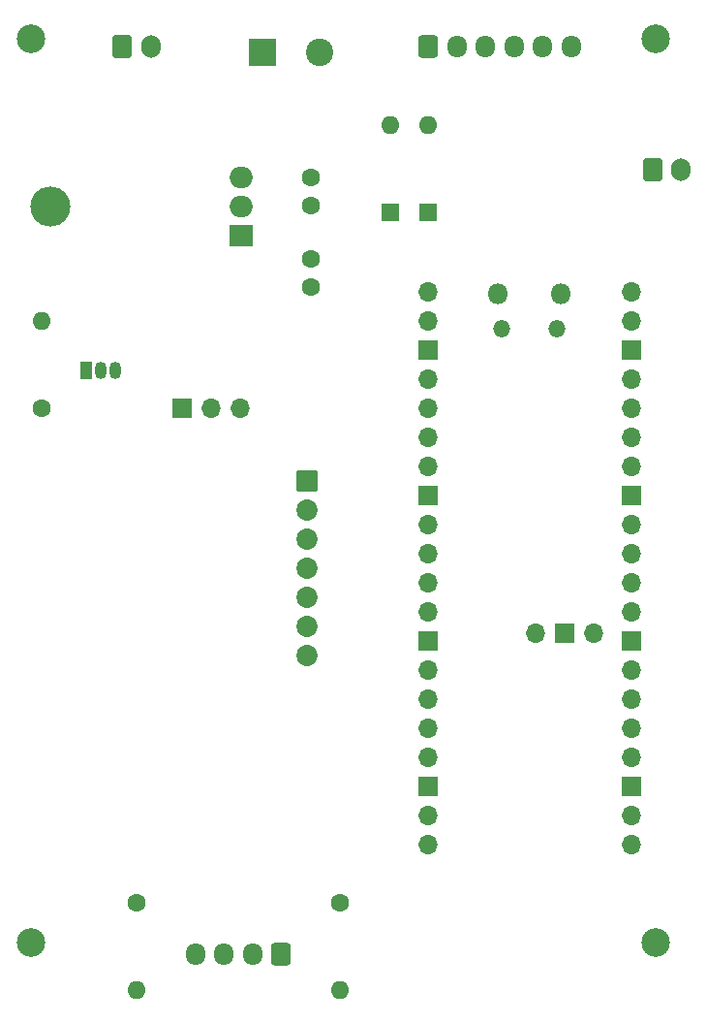
<source format=gbr>
%TF.GenerationSoftware,KiCad,Pcbnew,(6.0.7-1)-1*%
%TF.CreationDate,2024-01-28T18:10:20-08:00*%
%TF.ProjectId,SensorPod-Board,53656e73-6f72-4506-9f64-2d426f617264,rev?*%
%TF.SameCoordinates,Original*%
%TF.FileFunction,Soldermask,Bot*%
%TF.FilePolarity,Negative*%
%FSLAX46Y46*%
G04 Gerber Fmt 4.6, Leading zero omitted, Abs format (unit mm)*
G04 Created by KiCad (PCBNEW (6.0.7-1)-1) date 2024-01-28 18:10:20*
%MOMM*%
%LPD*%
G01*
G04 APERTURE LIST*
G04 Aperture macros list*
%AMRoundRect*
0 Rectangle with rounded corners*
0 $1 Rounding radius*
0 $2 $3 $4 $5 $6 $7 $8 $9 X,Y pos of 4 corners*
0 Add a 4 corners polygon primitive as box body*
4,1,4,$2,$3,$4,$5,$6,$7,$8,$9,$2,$3,0*
0 Add four circle primitives for the rounded corners*
1,1,$1+$1,$2,$3*
1,1,$1+$1,$4,$5*
1,1,$1+$1,$6,$7*
1,1,$1+$1,$8,$9*
0 Add four rect primitives between the rounded corners*
20,1,$1+$1,$2,$3,$4,$5,0*
20,1,$1+$1,$4,$5,$6,$7,0*
20,1,$1+$1,$6,$7,$8,$9,0*
20,1,$1+$1,$8,$9,$2,$3,0*%
G04 Aperture macros list end*
%ADD10C,2.400000*%
%ADD11R,2.400000X2.400000*%
%ADD12C,1.600000*%
%ADD13O,1.600000X1.600000*%
%ADD14C,2.500000*%
%ADD15O,3.500000X3.500000*%
%ADD16R,2.000000X1.905000*%
%ADD17O,2.000000X1.905000*%
%ADD18RoundRect,0.250000X-0.600000X-0.750000X0.600000X-0.750000X0.600000X0.750000X-0.600000X0.750000X0*%
%ADD19O,1.700000X2.000000*%
%ADD20R,1.600000X1.600000*%
%ADD21RoundRect,0.250000X-0.600000X-0.725000X0.600000X-0.725000X0.600000X0.725000X-0.600000X0.725000X0*%
%ADD22O,1.700000X1.950000*%
%ADD23R,1.050000X1.500000*%
%ADD24O,1.050000X1.500000*%
%ADD25R,1.700000X1.700000*%
%ADD26O,1.700000X1.700000*%
%ADD27O,1.500000X1.500000*%
%ADD28O,1.800000X1.800000*%
%ADD29RoundRect,0.250000X0.600000X0.725000X-0.600000X0.725000X-0.600000X-0.725000X0.600000X-0.725000X0*%
%ADD30RoundRect,0.102000X-0.825000X0.825000X-0.825000X-0.825000X0.825000X-0.825000X0.825000X0.825000X0*%
%ADD31C,1.854000*%
G04 APERTURE END LIST*
D10*
%TO.C,C1*%
X118286041Y-52705000D03*
D11*
X113286041Y-52705000D03*
%TD*%
D12*
%TO.C,R1*%
X102235000Y-127000000D03*
D13*
X102235000Y-134620000D03*
%TD*%
D14*
%TO.C,REF\u002A\u002A*%
X147637500Y-51533750D03*
%TD*%
D12*
%TO.C,C3*%
X117475000Y-63620000D03*
X117475000Y-66120000D03*
%TD*%
D14*
%TO.C,REF\u002A\u002A*%
X93027500Y-130471250D03*
%TD*%
%TO.C,REF\u002A\u002A*%
X93027500Y-51533750D03*
%TD*%
D12*
%TO.C,R3*%
X93980000Y-83820000D03*
D13*
X93980000Y-76200000D03*
%TD*%
D15*
%TO.C,U3*%
X94740000Y-66160000D03*
D16*
X111400000Y-68700000D03*
D17*
X111400000Y-66160000D03*
X111400000Y-63620000D03*
%TD*%
D18*
%TO.C,J4*%
X100985000Y-52180000D03*
D19*
X103485000Y-52180000D03*
%TD*%
D20*
%TO.C,D2*%
X124460000Y-66675000D03*
D13*
X124460000Y-59055000D03*
%TD*%
D21*
%TO.C,J1*%
X127735000Y-52180000D03*
D22*
X130235000Y-52180000D03*
X132735000Y-52180000D03*
X135235000Y-52180000D03*
X137735000Y-52180000D03*
X140235000Y-52180000D03*
%TD*%
D12*
%TO.C,C2*%
X117475000Y-70735000D03*
X117475000Y-73235000D03*
%TD*%
D23*
%TO.C,Q1*%
X97860000Y-80460000D03*
D24*
X99130000Y-80460000D03*
X100400000Y-80460000D03*
%TD*%
D18*
%TO.C,J3*%
X147340000Y-62975000D03*
D19*
X149840000Y-62975000D03*
%TD*%
D25*
%TO.C,J5*%
X106224286Y-83820000D03*
D26*
X108764286Y-83820000D03*
X111304286Y-83820000D03*
%TD*%
D12*
%TO.C,R2*%
X120015000Y-127000000D03*
D13*
X120015000Y-134620000D03*
%TD*%
D27*
%TO.C,U1*%
X134150900Y-76820000D03*
X139000900Y-76820000D03*
D28*
X133850900Y-73790000D03*
X139300900Y-73790000D03*
D26*
X127685900Y-73660000D03*
X127685900Y-76200000D03*
D25*
X127685900Y-78740000D03*
D26*
X127685900Y-81280000D03*
X127685900Y-83820000D03*
X127685900Y-86360000D03*
X127685900Y-88900000D03*
D25*
X127685900Y-91440000D03*
D26*
X127685900Y-93980000D03*
X127685900Y-96520000D03*
X127685900Y-99060000D03*
X127685900Y-101600000D03*
D25*
X127685900Y-104140000D03*
D26*
X127685900Y-106680000D03*
X127685900Y-109220000D03*
X127685900Y-111760000D03*
X127685900Y-114300000D03*
D25*
X127685900Y-116840000D03*
D26*
X127685900Y-119380000D03*
X127685900Y-121920000D03*
X145465900Y-121920000D03*
X145465900Y-119380000D03*
D25*
X145465900Y-116840000D03*
D26*
X145465900Y-114300000D03*
X145465900Y-111760000D03*
X145465900Y-109220000D03*
X145465900Y-106680000D03*
D25*
X145465900Y-104140000D03*
D26*
X145465900Y-101600000D03*
X145465900Y-99060000D03*
X145465900Y-96520000D03*
X145465900Y-93980000D03*
D25*
X145465900Y-91440000D03*
D26*
X145465900Y-88900000D03*
X145465900Y-86360000D03*
X145465900Y-83820000D03*
X145465900Y-81280000D03*
D25*
X145465900Y-78740000D03*
D26*
X145465900Y-76200000D03*
X145465900Y-73660000D03*
X137160000Y-103390000D03*
D25*
X139700000Y-103390000D03*
D26*
X142240000Y-103390000D03*
%TD*%
D14*
%TO.C,REF\u002A\u002A*%
X147637500Y-130471250D03*
%TD*%
D20*
%TO.C,D1*%
X127735000Y-66675000D03*
D13*
X127735000Y-59055000D03*
%TD*%
D29*
%TO.C,J2*%
X114875000Y-131445000D03*
D22*
X112375000Y-131445000D03*
X109875000Y-131445000D03*
X107375000Y-131445000D03*
%TD*%
D30*
%TO.C,U2*%
X117145000Y-90170000D03*
D31*
X117145000Y-92710000D03*
X117145000Y-95250000D03*
X117145000Y-97790000D03*
X117145000Y-100330000D03*
X117145000Y-102870000D03*
X117145000Y-105410000D03*
%TD*%
M02*

</source>
